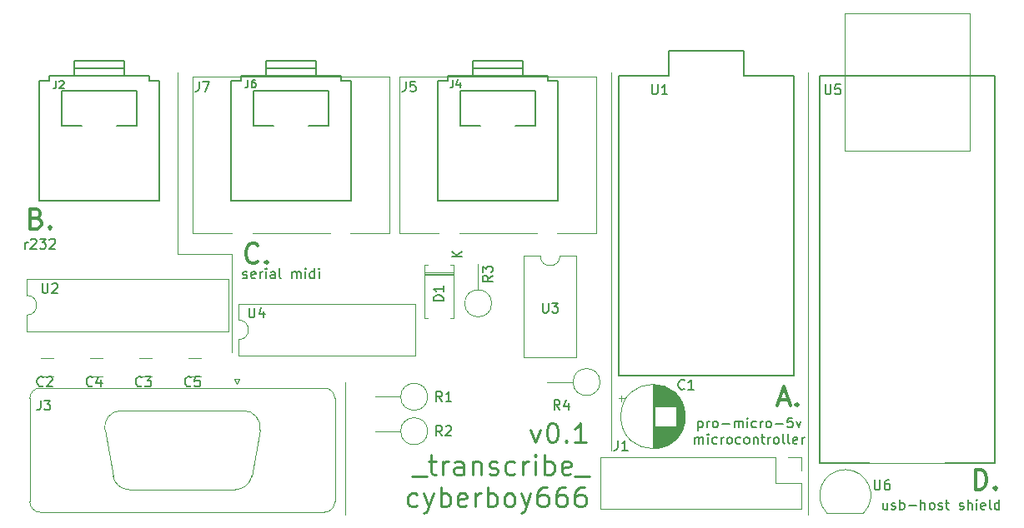
<source format=gto>
G04 #@! TF.GenerationSoftware,KiCad,Pcbnew,(5.1.4-0-10_14)*
G04 #@! TF.CreationDate,2020-01-18T15:16:13+01:00*
G04 #@! TF.ProjectId,transcribe_circuit,7472616e-7363-4726-9962-655f63697263,rev?*
G04 #@! TF.SameCoordinates,Original*
G04 #@! TF.FileFunction,Legend,Top*
G04 #@! TF.FilePolarity,Positive*
%FSLAX46Y46*%
G04 Gerber Fmt 4.6, Leading zero omitted, Abs format (unit mm)*
G04 Created by KiCad (PCBNEW (5.1.4-0-10_14)) date 2020-01-18 15:16:13*
%MOMM*%
%LPD*%
G04 APERTURE LIST*
%ADD10C,0.350000*%
%ADD11C,0.120000*%
%ADD12C,0.250000*%
%ADD13C,0.150000*%
G04 APERTURE END LIST*
D10*
X-193000000Y747595238D02*
X-193000000Y749595238D01*
X-192523809Y749595238D01*
X-192238095Y749500000D01*
X-192047619Y749309523D01*
X-191952380Y749119047D01*
X-191857142Y748738095D01*
X-191857142Y748452380D01*
X-191952380Y748071428D01*
X-192047619Y747880952D01*
X-192238095Y747690476D01*
X-192523809Y747595238D01*
X-193000000Y747595238D01*
X-191000000Y747785714D02*
X-190904761Y747690476D01*
X-191000000Y747595238D01*
X-191095238Y747690476D01*
X-191000000Y747785714D01*
X-191000000Y747595238D01*
D11*
X-268500000Y761500000D02*
X-268500000Y771500000D01*
X-274000000Y771500000D02*
X-274000000Y790000000D01*
X-268500000Y771500000D02*
X-274000000Y771500000D01*
X-257000000Y745000000D02*
X-257000000Y758500000D01*
D12*
X-238162500Y753678571D02*
X-237686309Y752345238D01*
X-237210119Y753678571D01*
X-236067261Y754345238D02*
X-235876785Y754345238D01*
X-235686309Y754250000D01*
X-235591071Y754154761D01*
X-235495833Y753964285D01*
X-235400595Y753583333D01*
X-235400595Y753107142D01*
X-235495833Y752726190D01*
X-235591071Y752535714D01*
X-235686309Y752440476D01*
X-235876785Y752345238D01*
X-236067261Y752345238D01*
X-236257738Y752440476D01*
X-236352976Y752535714D01*
X-236448214Y752726190D01*
X-236543452Y753107142D01*
X-236543452Y753583333D01*
X-236448214Y753964285D01*
X-236352976Y754154761D01*
X-236257738Y754250000D01*
X-236067261Y754345238D01*
X-234543452Y752535714D02*
X-234448214Y752440476D01*
X-234543452Y752345238D01*
X-234638690Y752440476D01*
X-234543452Y752535714D01*
X-234543452Y752345238D01*
X-232543452Y752345238D02*
X-233686309Y752345238D01*
X-233114880Y752345238D02*
X-233114880Y754345238D01*
X-233305357Y754059523D01*
X-233495833Y753869047D01*
X-233686309Y753773809D01*
X-250257738Y748904761D02*
X-248733928Y748904761D01*
X-248543452Y750428571D02*
X-247781547Y750428571D01*
X-248257738Y751095238D02*
X-248257738Y749380952D01*
X-248162500Y749190476D01*
X-247972023Y749095238D01*
X-247781547Y749095238D01*
X-247114880Y749095238D02*
X-247114880Y750428571D01*
X-247114880Y750047619D02*
X-247019642Y750238095D01*
X-246924404Y750333333D01*
X-246733928Y750428571D01*
X-246543452Y750428571D01*
X-245019642Y749095238D02*
X-245019642Y750142857D01*
X-245114880Y750333333D01*
X-245305357Y750428571D01*
X-245686309Y750428571D01*
X-245876785Y750333333D01*
X-245019642Y749190476D02*
X-245210119Y749095238D01*
X-245686309Y749095238D01*
X-245876785Y749190476D01*
X-245972023Y749380952D01*
X-245972023Y749571428D01*
X-245876785Y749761904D01*
X-245686309Y749857142D01*
X-245210119Y749857142D01*
X-245019642Y749952380D01*
X-244067261Y750428571D02*
X-244067261Y749095238D01*
X-244067261Y750238095D02*
X-243972023Y750333333D01*
X-243781547Y750428571D01*
X-243495833Y750428571D01*
X-243305357Y750333333D01*
X-243210119Y750142857D01*
X-243210119Y749095238D01*
X-242352976Y749190476D02*
X-242162500Y749095238D01*
X-241781547Y749095238D01*
X-241591071Y749190476D01*
X-241495833Y749380952D01*
X-241495833Y749476190D01*
X-241591071Y749666666D01*
X-241781547Y749761904D01*
X-242067261Y749761904D01*
X-242257738Y749857142D01*
X-242352976Y750047619D01*
X-242352976Y750142857D01*
X-242257738Y750333333D01*
X-242067261Y750428571D01*
X-241781547Y750428571D01*
X-241591071Y750333333D01*
X-239781547Y749190476D02*
X-239972023Y749095238D01*
X-240352976Y749095238D01*
X-240543452Y749190476D01*
X-240638690Y749285714D01*
X-240733928Y749476190D01*
X-240733928Y750047619D01*
X-240638690Y750238095D01*
X-240543452Y750333333D01*
X-240352976Y750428571D01*
X-239972023Y750428571D01*
X-239781547Y750333333D01*
X-238924404Y749095238D02*
X-238924404Y750428571D01*
X-238924404Y750047619D02*
X-238829166Y750238095D01*
X-238733928Y750333333D01*
X-238543452Y750428571D01*
X-238352976Y750428571D01*
X-237686309Y749095238D02*
X-237686309Y750428571D01*
X-237686309Y751095238D02*
X-237781547Y751000000D01*
X-237686309Y750904761D01*
X-237591071Y751000000D01*
X-237686309Y751095238D01*
X-237686309Y750904761D01*
X-236733928Y749095238D02*
X-236733928Y751095238D01*
X-236733928Y750333333D02*
X-236543452Y750428571D01*
X-236162500Y750428571D01*
X-235972023Y750333333D01*
X-235876785Y750238095D01*
X-235781547Y750047619D01*
X-235781547Y749476190D01*
X-235876785Y749285714D01*
X-235972023Y749190476D01*
X-236162500Y749095238D01*
X-236543452Y749095238D01*
X-236733928Y749190476D01*
X-234162500Y749190476D02*
X-234352976Y749095238D01*
X-234733928Y749095238D01*
X-234924404Y749190476D01*
X-235019642Y749380952D01*
X-235019642Y750142857D01*
X-234924404Y750333333D01*
X-234733928Y750428571D01*
X-234352976Y750428571D01*
X-234162500Y750333333D01*
X-234067261Y750142857D01*
X-234067261Y749952380D01*
X-235019642Y749761904D01*
X-233686309Y748904761D02*
X-232162500Y748904761D01*
X-249686309Y745940476D02*
X-249876785Y745845238D01*
X-250257738Y745845238D01*
X-250448214Y745940476D01*
X-250543452Y746035714D01*
X-250638690Y746226190D01*
X-250638690Y746797619D01*
X-250543452Y746988095D01*
X-250448214Y747083333D01*
X-250257738Y747178571D01*
X-249876785Y747178571D01*
X-249686309Y747083333D01*
X-249019642Y747178571D02*
X-248543452Y745845238D01*
X-248067261Y747178571D02*
X-248543452Y745845238D01*
X-248733928Y745369047D01*
X-248829166Y745273809D01*
X-249019642Y745178571D01*
X-247305357Y745845238D02*
X-247305357Y747845238D01*
X-247305357Y747083333D02*
X-247114880Y747178571D01*
X-246733928Y747178571D01*
X-246543452Y747083333D01*
X-246448214Y746988095D01*
X-246352976Y746797619D01*
X-246352976Y746226190D01*
X-246448214Y746035714D01*
X-246543452Y745940476D01*
X-246733928Y745845238D01*
X-247114880Y745845238D01*
X-247305357Y745940476D01*
X-244733928Y745940476D02*
X-244924404Y745845238D01*
X-245305357Y745845238D01*
X-245495833Y745940476D01*
X-245591071Y746130952D01*
X-245591071Y746892857D01*
X-245495833Y747083333D01*
X-245305357Y747178571D01*
X-244924404Y747178571D01*
X-244733928Y747083333D01*
X-244638690Y746892857D01*
X-244638690Y746702380D01*
X-245591071Y746511904D01*
X-243781547Y745845238D02*
X-243781547Y747178571D01*
X-243781547Y746797619D02*
X-243686309Y746988095D01*
X-243591071Y747083333D01*
X-243400595Y747178571D01*
X-243210119Y747178571D01*
X-242543452Y745845238D02*
X-242543452Y747845238D01*
X-242543452Y747083333D02*
X-242352976Y747178571D01*
X-241972023Y747178571D01*
X-241781547Y747083333D01*
X-241686309Y746988095D01*
X-241591071Y746797619D01*
X-241591071Y746226190D01*
X-241686309Y746035714D01*
X-241781547Y745940476D01*
X-241972023Y745845238D01*
X-242352976Y745845238D01*
X-242543452Y745940476D01*
X-240448214Y745845238D02*
X-240638690Y745940476D01*
X-240733928Y746035714D01*
X-240829166Y746226190D01*
X-240829166Y746797619D01*
X-240733928Y746988095D01*
X-240638690Y747083333D01*
X-240448214Y747178571D01*
X-240162500Y747178571D01*
X-239972023Y747083333D01*
X-239876785Y746988095D01*
X-239781547Y746797619D01*
X-239781547Y746226190D01*
X-239876785Y746035714D01*
X-239972023Y745940476D01*
X-240162500Y745845238D01*
X-240448214Y745845238D01*
X-239114880Y747178571D02*
X-238638690Y745845238D01*
X-238162500Y747178571D02*
X-238638690Y745845238D01*
X-238829166Y745369047D01*
X-238924404Y745273809D01*
X-239114880Y745178571D01*
X-236543452Y747845238D02*
X-236924404Y747845238D01*
X-237114880Y747750000D01*
X-237210119Y747654761D01*
X-237400595Y747369047D01*
X-237495833Y746988095D01*
X-237495833Y746226190D01*
X-237400595Y746035714D01*
X-237305357Y745940476D01*
X-237114880Y745845238D01*
X-236733928Y745845238D01*
X-236543452Y745940476D01*
X-236448214Y746035714D01*
X-236352976Y746226190D01*
X-236352976Y746702380D01*
X-236448214Y746892857D01*
X-236543452Y746988095D01*
X-236733928Y747083333D01*
X-237114880Y747083333D01*
X-237305357Y746988095D01*
X-237400595Y746892857D01*
X-237495833Y746702380D01*
X-234638690Y747845238D02*
X-235019642Y747845238D01*
X-235210119Y747750000D01*
X-235305357Y747654761D01*
X-235495833Y747369047D01*
X-235591071Y746988095D01*
X-235591071Y746226190D01*
X-235495833Y746035714D01*
X-235400595Y745940476D01*
X-235210119Y745845238D01*
X-234829166Y745845238D01*
X-234638690Y745940476D01*
X-234543452Y746035714D01*
X-234448214Y746226190D01*
X-234448214Y746702380D01*
X-234543452Y746892857D01*
X-234638690Y746988095D01*
X-234829166Y747083333D01*
X-235210119Y747083333D01*
X-235400595Y746988095D01*
X-235495833Y746892857D01*
X-235591071Y746702380D01*
X-232733928Y747845238D02*
X-233114880Y747845238D01*
X-233305357Y747750000D01*
X-233400595Y747654761D01*
X-233591071Y747369047D01*
X-233686309Y746988095D01*
X-233686309Y746226190D01*
X-233591071Y746035714D01*
X-233495833Y745940476D01*
X-233305357Y745845238D01*
X-232924404Y745845238D01*
X-232733928Y745940476D01*
X-232638690Y746035714D01*
X-232543452Y746226190D01*
X-232543452Y746702380D01*
X-232638690Y746892857D01*
X-232733928Y746988095D01*
X-232924404Y747083333D01*
X-233305357Y747083333D01*
X-233495833Y746988095D01*
X-233591071Y746892857D01*
X-233686309Y746702380D01*
D13*
X-289500000Y772047619D02*
X-289500000Y772714285D01*
X-289500000Y772523809D02*
X-289452380Y772619047D01*
X-289404761Y772666666D01*
X-289309523Y772714285D01*
X-289214285Y772714285D01*
X-288928571Y772952380D02*
X-288880952Y773000000D01*
X-288785714Y773047619D01*
X-288547619Y773047619D01*
X-288452380Y773000000D01*
X-288404761Y772952380D01*
X-288357142Y772857142D01*
X-288357142Y772761904D01*
X-288404761Y772619047D01*
X-288976190Y772047619D01*
X-288357142Y772047619D01*
X-288023809Y773047619D02*
X-287404761Y773047619D01*
X-287738095Y772666666D01*
X-287595238Y772666666D01*
X-287500000Y772619047D01*
X-287452380Y772571428D01*
X-287404761Y772476190D01*
X-287404761Y772238095D01*
X-287452380Y772142857D01*
X-287500000Y772095238D01*
X-287595238Y772047619D01*
X-287880952Y772047619D01*
X-287976190Y772095238D01*
X-288023809Y772142857D01*
X-287023809Y772952380D02*
X-286976190Y773000000D01*
X-286880952Y773047619D01*
X-286642857Y773047619D01*
X-286547619Y773000000D01*
X-286500000Y772952380D01*
X-286452380Y772857142D01*
X-286452380Y772761904D01*
X-286500000Y772619047D01*
X-287071428Y772047619D01*
X-286452380Y772047619D01*
X-267380952Y769095238D02*
X-267285714Y769047619D01*
X-267095238Y769047619D01*
X-267000000Y769095238D01*
X-266952380Y769190476D01*
X-266952380Y769238095D01*
X-267000000Y769333333D01*
X-267095238Y769380952D01*
X-267238095Y769380952D01*
X-267333333Y769428571D01*
X-267380952Y769523809D01*
X-267380952Y769571428D01*
X-267333333Y769666666D01*
X-267238095Y769714285D01*
X-267095238Y769714285D01*
X-267000000Y769666666D01*
X-266142857Y769095238D02*
X-266238095Y769047619D01*
X-266428571Y769047619D01*
X-266523809Y769095238D01*
X-266571428Y769190476D01*
X-266571428Y769571428D01*
X-266523809Y769666666D01*
X-266428571Y769714285D01*
X-266238095Y769714285D01*
X-266142857Y769666666D01*
X-266095238Y769571428D01*
X-266095238Y769476190D01*
X-266571428Y769380952D01*
X-265666666Y769047619D02*
X-265666666Y769714285D01*
X-265666666Y769523809D02*
X-265619047Y769619047D01*
X-265571428Y769666666D01*
X-265476190Y769714285D01*
X-265380952Y769714285D01*
X-265047619Y769047619D02*
X-265047619Y769714285D01*
X-265047619Y770047619D02*
X-265095238Y770000000D01*
X-265047619Y769952380D01*
X-265000000Y770000000D01*
X-265047619Y770047619D01*
X-265047619Y769952380D01*
X-264142857Y769047619D02*
X-264142857Y769571428D01*
X-264190476Y769666666D01*
X-264285714Y769714285D01*
X-264476190Y769714285D01*
X-264571428Y769666666D01*
X-264142857Y769095238D02*
X-264238095Y769047619D01*
X-264476190Y769047619D01*
X-264571428Y769095238D01*
X-264619047Y769190476D01*
X-264619047Y769285714D01*
X-264571428Y769380952D01*
X-264476190Y769428571D01*
X-264238095Y769428571D01*
X-264142857Y769476190D01*
X-263523809Y769047619D02*
X-263619047Y769095238D01*
X-263666666Y769190476D01*
X-263666666Y770047619D01*
X-262380952Y769047619D02*
X-262380952Y769714285D01*
X-262380952Y769619047D02*
X-262333333Y769666666D01*
X-262238095Y769714285D01*
X-262095238Y769714285D01*
X-262000000Y769666666D01*
X-261952380Y769571428D01*
X-261952380Y769047619D01*
X-261952380Y769571428D02*
X-261904761Y769666666D01*
X-261809523Y769714285D01*
X-261666666Y769714285D01*
X-261571428Y769666666D01*
X-261523809Y769571428D01*
X-261523809Y769047619D01*
X-261047619Y769047619D02*
X-261047619Y769714285D01*
X-261047619Y770047619D02*
X-261095238Y770000000D01*
X-261047619Y769952380D01*
X-261000000Y770000000D01*
X-261047619Y770047619D01*
X-261047619Y769952380D01*
X-260142857Y769047619D02*
X-260142857Y770047619D01*
X-260142857Y769095238D02*
X-260238095Y769047619D01*
X-260428571Y769047619D01*
X-260523809Y769095238D01*
X-260571428Y769142857D01*
X-260619047Y769238095D01*
X-260619047Y769523809D01*
X-260571428Y769619047D01*
X-260523809Y769666666D01*
X-260428571Y769714285D01*
X-260238095Y769714285D01*
X-260142857Y769666666D01*
X-259666666Y769047619D02*
X-259666666Y769714285D01*
X-259666666Y770047619D02*
X-259714285Y770000000D01*
X-259666666Y769952380D01*
X-259619047Y770000000D01*
X-259666666Y770047619D01*
X-259666666Y769952380D01*
X-221166666Y754539285D02*
X-221166666Y753539285D01*
X-221166666Y754491666D02*
X-221071428Y754539285D01*
X-220880952Y754539285D01*
X-220785714Y754491666D01*
X-220738095Y754444047D01*
X-220690476Y754348809D01*
X-220690476Y754063095D01*
X-220738095Y753967857D01*
X-220785714Y753920238D01*
X-220880952Y753872619D01*
X-221071428Y753872619D01*
X-221166666Y753920238D01*
X-220261904Y753872619D02*
X-220261904Y754539285D01*
X-220261904Y754348809D02*
X-220214285Y754444047D01*
X-220166666Y754491666D01*
X-220071428Y754539285D01*
X-219976190Y754539285D01*
X-219500000Y753872619D02*
X-219595238Y753920238D01*
X-219642857Y753967857D01*
X-219690476Y754063095D01*
X-219690476Y754348809D01*
X-219642857Y754444047D01*
X-219595238Y754491666D01*
X-219500000Y754539285D01*
X-219357142Y754539285D01*
X-219261904Y754491666D01*
X-219214285Y754444047D01*
X-219166666Y754348809D01*
X-219166666Y754063095D01*
X-219214285Y753967857D01*
X-219261904Y753920238D01*
X-219357142Y753872619D01*
X-219500000Y753872619D01*
X-218738095Y754253571D02*
X-217976190Y754253571D01*
X-217500000Y753872619D02*
X-217500000Y754539285D01*
X-217500000Y754444047D02*
X-217452380Y754491666D01*
X-217357142Y754539285D01*
X-217214285Y754539285D01*
X-217119047Y754491666D01*
X-217071428Y754396428D01*
X-217071428Y753872619D01*
X-217071428Y754396428D02*
X-217023809Y754491666D01*
X-216928571Y754539285D01*
X-216785714Y754539285D01*
X-216690476Y754491666D01*
X-216642857Y754396428D01*
X-216642857Y753872619D01*
X-216166666Y753872619D02*
X-216166666Y754539285D01*
X-216166666Y754872619D02*
X-216214285Y754825000D01*
X-216166666Y754777380D01*
X-216119047Y754825000D01*
X-216166666Y754872619D01*
X-216166666Y754777380D01*
X-215261904Y753920238D02*
X-215357142Y753872619D01*
X-215547619Y753872619D01*
X-215642857Y753920238D01*
X-215690476Y753967857D01*
X-215738095Y754063095D01*
X-215738095Y754348809D01*
X-215690476Y754444047D01*
X-215642857Y754491666D01*
X-215547619Y754539285D01*
X-215357142Y754539285D01*
X-215261904Y754491666D01*
X-214833333Y753872619D02*
X-214833333Y754539285D01*
X-214833333Y754348809D02*
X-214785714Y754444047D01*
X-214738095Y754491666D01*
X-214642857Y754539285D01*
X-214547619Y754539285D01*
X-214071428Y753872619D02*
X-214166666Y753920238D01*
X-214214285Y753967857D01*
X-214261904Y754063095D01*
X-214261904Y754348809D01*
X-214214285Y754444047D01*
X-214166666Y754491666D01*
X-214071428Y754539285D01*
X-213928571Y754539285D01*
X-213833333Y754491666D01*
X-213785714Y754444047D01*
X-213738095Y754348809D01*
X-213738095Y754063095D01*
X-213785714Y753967857D01*
X-213833333Y753920238D01*
X-213928571Y753872619D01*
X-214071428Y753872619D01*
X-213309523Y754253571D02*
X-212547619Y754253571D01*
X-211595238Y754872619D02*
X-212071428Y754872619D01*
X-212119047Y754396428D01*
X-212071428Y754444047D01*
X-211976190Y754491666D01*
X-211738095Y754491666D01*
X-211642857Y754444047D01*
X-211595238Y754396428D01*
X-211547619Y754301190D01*
X-211547619Y754063095D01*
X-211595238Y753967857D01*
X-211642857Y753920238D01*
X-211738095Y753872619D01*
X-211976190Y753872619D01*
X-212071428Y753920238D01*
X-212119047Y753967857D01*
X-211214285Y754539285D02*
X-210976190Y753872619D01*
X-210738095Y754539285D01*
X-221500000Y752222619D02*
X-221500000Y752889285D01*
X-221500000Y752794047D02*
X-221452380Y752841666D01*
X-221357142Y752889285D01*
X-221214285Y752889285D01*
X-221119047Y752841666D01*
X-221071428Y752746428D01*
X-221071428Y752222619D01*
X-221071428Y752746428D02*
X-221023809Y752841666D01*
X-220928571Y752889285D01*
X-220785714Y752889285D01*
X-220690476Y752841666D01*
X-220642857Y752746428D01*
X-220642857Y752222619D01*
X-220166666Y752222619D02*
X-220166666Y752889285D01*
X-220166666Y753222619D02*
X-220214285Y753175000D01*
X-220166666Y753127380D01*
X-220119047Y753175000D01*
X-220166666Y753222619D01*
X-220166666Y753127380D01*
X-219261904Y752270238D02*
X-219357142Y752222619D01*
X-219547619Y752222619D01*
X-219642857Y752270238D01*
X-219690476Y752317857D01*
X-219738095Y752413095D01*
X-219738095Y752698809D01*
X-219690476Y752794047D01*
X-219642857Y752841666D01*
X-219547619Y752889285D01*
X-219357142Y752889285D01*
X-219261904Y752841666D01*
X-218833333Y752222619D02*
X-218833333Y752889285D01*
X-218833333Y752698809D02*
X-218785714Y752794047D01*
X-218738095Y752841666D01*
X-218642857Y752889285D01*
X-218547619Y752889285D01*
X-218071428Y752222619D02*
X-218166666Y752270238D01*
X-218214285Y752317857D01*
X-218261904Y752413095D01*
X-218261904Y752698809D01*
X-218214285Y752794047D01*
X-218166666Y752841666D01*
X-218071428Y752889285D01*
X-217928571Y752889285D01*
X-217833333Y752841666D01*
X-217785714Y752794047D01*
X-217738095Y752698809D01*
X-217738095Y752413095D01*
X-217785714Y752317857D01*
X-217833333Y752270238D01*
X-217928571Y752222619D01*
X-218071428Y752222619D01*
X-216880952Y752270238D02*
X-216976190Y752222619D01*
X-217166666Y752222619D01*
X-217261904Y752270238D01*
X-217309523Y752317857D01*
X-217357142Y752413095D01*
X-217357142Y752698809D01*
X-217309523Y752794047D01*
X-217261904Y752841666D01*
X-217166666Y752889285D01*
X-216976190Y752889285D01*
X-216880952Y752841666D01*
X-216309523Y752222619D02*
X-216404761Y752270238D01*
X-216452380Y752317857D01*
X-216500000Y752413095D01*
X-216500000Y752698809D01*
X-216452380Y752794047D01*
X-216404761Y752841666D01*
X-216309523Y752889285D01*
X-216166666Y752889285D01*
X-216071428Y752841666D01*
X-216023809Y752794047D01*
X-215976190Y752698809D01*
X-215976190Y752413095D01*
X-216023809Y752317857D01*
X-216071428Y752270238D01*
X-216166666Y752222619D01*
X-216309523Y752222619D01*
X-215547619Y752889285D02*
X-215547619Y752222619D01*
X-215547619Y752794047D02*
X-215500000Y752841666D01*
X-215404761Y752889285D01*
X-215261904Y752889285D01*
X-215166666Y752841666D01*
X-215119047Y752746428D01*
X-215119047Y752222619D01*
X-214785714Y752889285D02*
X-214404761Y752889285D01*
X-214642857Y753222619D02*
X-214642857Y752365476D01*
X-214595238Y752270238D01*
X-214500000Y752222619D01*
X-214404761Y752222619D01*
X-214071428Y752222619D02*
X-214071428Y752889285D01*
X-214071428Y752698809D02*
X-214023809Y752794047D01*
X-213976190Y752841666D01*
X-213880952Y752889285D01*
X-213785714Y752889285D01*
X-213309523Y752222619D02*
X-213404761Y752270238D01*
X-213452380Y752317857D01*
X-213500000Y752413095D01*
X-213500000Y752698809D01*
X-213452380Y752794047D01*
X-213404761Y752841666D01*
X-213309523Y752889285D01*
X-213166666Y752889285D01*
X-213071428Y752841666D01*
X-213023809Y752794047D01*
X-212976190Y752698809D01*
X-212976190Y752413095D01*
X-213023809Y752317857D01*
X-213071428Y752270238D01*
X-213166666Y752222619D01*
X-213309523Y752222619D01*
X-212404761Y752222619D02*
X-212500000Y752270238D01*
X-212547619Y752365476D01*
X-212547619Y753222619D01*
X-211880952Y752222619D02*
X-211976190Y752270238D01*
X-212023809Y752365476D01*
X-212023809Y753222619D01*
X-211119047Y752270238D02*
X-211214285Y752222619D01*
X-211404761Y752222619D01*
X-211499999Y752270238D01*
X-211547619Y752365476D01*
X-211547619Y752746428D01*
X-211499999Y752841666D01*
X-211404761Y752889285D01*
X-211214285Y752889285D01*
X-211119047Y752841666D01*
X-211071428Y752746428D01*
X-211071428Y752651190D01*
X-211547619Y752555952D01*
X-210642857Y752222619D02*
X-210642857Y752889285D01*
X-210642857Y752698809D02*
X-210595238Y752794047D01*
X-210547619Y752841666D01*
X-210452380Y752889285D01*
X-210357142Y752889285D01*
X-201976190Y746214285D02*
X-201976190Y745547619D01*
X-202404761Y746214285D02*
X-202404761Y745690476D01*
X-202357142Y745595238D01*
X-202261904Y745547619D01*
X-202119047Y745547619D01*
X-202023809Y745595238D01*
X-201976190Y745642857D01*
X-201547619Y745595238D02*
X-201452380Y745547619D01*
X-201261904Y745547619D01*
X-201166666Y745595238D01*
X-201119047Y745690476D01*
X-201119047Y745738095D01*
X-201166666Y745833333D01*
X-201261904Y745880952D01*
X-201404761Y745880952D01*
X-201500000Y745928571D01*
X-201547619Y746023809D01*
X-201547619Y746071428D01*
X-201500000Y746166666D01*
X-201404761Y746214285D01*
X-201261904Y746214285D01*
X-201166666Y746166666D01*
X-200690476Y745547619D02*
X-200690476Y746547619D01*
X-200690476Y746166666D02*
X-200595238Y746214285D01*
X-200404761Y746214285D01*
X-200309523Y746166666D01*
X-200261904Y746119047D01*
X-200214285Y746023809D01*
X-200214285Y745738095D01*
X-200261904Y745642857D01*
X-200309523Y745595238D01*
X-200404761Y745547619D01*
X-200595238Y745547619D01*
X-200690476Y745595238D01*
X-199785714Y745928571D02*
X-199023809Y745928571D01*
X-198547619Y745547619D02*
X-198547619Y746547619D01*
X-198119047Y745547619D02*
X-198119047Y746071428D01*
X-198166666Y746166666D01*
X-198261904Y746214285D01*
X-198404761Y746214285D01*
X-198500000Y746166666D01*
X-198547619Y746119047D01*
X-197500000Y745547619D02*
X-197595238Y745595238D01*
X-197642857Y745642857D01*
X-197690476Y745738095D01*
X-197690476Y746023809D01*
X-197642857Y746119047D01*
X-197595238Y746166666D01*
X-197500000Y746214285D01*
X-197357142Y746214285D01*
X-197261904Y746166666D01*
X-197214285Y746119047D01*
X-197166666Y746023809D01*
X-197166666Y745738095D01*
X-197214285Y745642857D01*
X-197261904Y745595238D01*
X-197357142Y745547619D01*
X-197500000Y745547619D01*
X-196785714Y745595238D02*
X-196690476Y745547619D01*
X-196500000Y745547619D01*
X-196404761Y745595238D01*
X-196357142Y745690476D01*
X-196357142Y745738095D01*
X-196404761Y745833333D01*
X-196500000Y745880952D01*
X-196642857Y745880952D01*
X-196738095Y745928571D01*
X-196785714Y746023809D01*
X-196785714Y746071428D01*
X-196738095Y746166666D01*
X-196642857Y746214285D01*
X-196500000Y746214285D01*
X-196404761Y746166666D01*
X-196071428Y746214285D02*
X-195690476Y746214285D01*
X-195928571Y746547619D02*
X-195928571Y745690476D01*
X-195880952Y745595238D01*
X-195785714Y745547619D01*
X-195690476Y745547619D01*
X-194642857Y745595238D02*
X-194547619Y745547619D01*
X-194357142Y745547619D01*
X-194261904Y745595238D01*
X-194214285Y745690476D01*
X-194214285Y745738095D01*
X-194261904Y745833333D01*
X-194357142Y745880952D01*
X-194500000Y745880952D01*
X-194595238Y745928571D01*
X-194642857Y746023809D01*
X-194642857Y746071428D01*
X-194595238Y746166666D01*
X-194500000Y746214285D01*
X-194357142Y746214285D01*
X-194261904Y746166666D01*
X-193785714Y745547619D02*
X-193785714Y746547619D01*
X-193357142Y745547619D02*
X-193357142Y746071428D01*
X-193404761Y746166666D01*
X-193500000Y746214285D01*
X-193642857Y746214285D01*
X-193738095Y746166666D01*
X-193785714Y746119047D01*
X-192880952Y745547619D02*
X-192880952Y746214285D01*
X-192880952Y746547619D02*
X-192928571Y746500000D01*
X-192880952Y746452380D01*
X-192833333Y746500000D01*
X-192880952Y746547619D01*
X-192880952Y746452380D01*
X-192023809Y745595238D02*
X-192119047Y745547619D01*
X-192309523Y745547619D01*
X-192404761Y745595238D01*
X-192452380Y745690476D01*
X-192452380Y746071428D01*
X-192404761Y746166666D01*
X-192309523Y746214285D01*
X-192119047Y746214285D01*
X-192023809Y746166666D01*
X-191976190Y746071428D01*
X-191976190Y745976190D01*
X-192452380Y745880952D01*
X-191404761Y745547619D02*
X-191500000Y745595238D01*
X-191547619Y745690476D01*
X-191547619Y746547619D01*
X-190595238Y745547619D02*
X-190595238Y746547619D01*
X-190595238Y745595238D02*
X-190690476Y745547619D01*
X-190880952Y745547619D01*
X-190976190Y745595238D01*
X-191023809Y745642857D01*
X-191071428Y745738095D01*
X-191071428Y746023809D01*
X-191023809Y746119047D01*
X-190976190Y746166666D01*
X-190880952Y746214285D01*
X-190690476Y746214285D01*
X-190595238Y746166666D01*
D10*
X-265857142Y770785714D02*
X-265952380Y770690476D01*
X-266238095Y770595238D01*
X-266428571Y770595238D01*
X-266714285Y770690476D01*
X-266904761Y770880952D01*
X-267000000Y771071428D01*
X-267095238Y771452380D01*
X-267095238Y771738095D01*
X-267000000Y772119047D01*
X-266904761Y772309523D01*
X-266714285Y772500000D01*
X-266428571Y772595238D01*
X-266238095Y772595238D01*
X-265952380Y772500000D01*
X-265857142Y772404761D01*
X-265000000Y770785714D02*
X-264904761Y770690476D01*
X-265000000Y770595238D01*
X-265095238Y770690476D01*
X-265000000Y770785714D01*
X-265000000Y770595238D01*
X-288333333Y775142857D02*
X-288047619Y775047619D01*
X-287952380Y774952380D01*
X-287857142Y774761904D01*
X-287857142Y774476190D01*
X-287952380Y774285714D01*
X-288047619Y774190476D01*
X-288238095Y774095238D01*
X-289000000Y774095238D01*
X-289000000Y776095238D01*
X-288333333Y776095238D01*
X-288142857Y776000000D01*
X-288047619Y775904761D01*
X-287952380Y775714285D01*
X-287952380Y775523809D01*
X-288047619Y775333333D01*
X-288142857Y775238095D01*
X-288333333Y775142857D01*
X-289000000Y775142857D01*
X-287000000Y774285714D02*
X-286904761Y774190476D01*
X-287000000Y774095238D01*
X-287095238Y774190476D01*
X-287000000Y774285714D01*
X-287000000Y774095238D01*
X-212952380Y756666666D02*
X-212000000Y756666666D01*
X-213142857Y756095238D02*
X-212476190Y758095238D01*
X-211809523Y756095238D01*
X-211142857Y756285714D02*
X-211047619Y756190476D01*
X-211142857Y756095238D01*
X-211238095Y756190476D01*
X-211142857Y756285714D01*
X-211142857Y756095238D01*
D11*
X-230000000Y790000000D02*
X-230000000Y751500000D01*
X-210000000Y745000000D02*
X-210000000Y754000000D01*
X-210000000Y790000000D02*
X-210000000Y745000000D01*
D13*
X-208790000Y789630000D02*
X-191010000Y789630000D01*
X-208790000Y750260000D02*
X-208790000Y789630000D01*
X-203710000Y750260000D02*
X-208790000Y750260000D01*
X-191010000Y750260000D02*
X-196090000Y750260000D01*
X-191010000Y750260000D02*
X-191010000Y789630000D01*
D11*
X-203710000Y750260000D02*
X-196090000Y750260000D01*
X-206250000Y782010000D02*
X-193550000Y782010000D01*
X-193550000Y782010000D02*
X-193550000Y795980000D01*
X-193550000Y795980000D02*
X-206250000Y795980000D01*
X-206250000Y795980000D02*
X-206250000Y782010000D01*
X-251370000Y753500000D02*
X-253980000Y753500000D01*
X-248630000Y753500000D02*
G75*
G03X-248630000Y753500000I-1370000J0D01*
G01*
X-246360000Y770410000D02*
X-246030000Y770410000D01*
X-246030000Y770410000D02*
X-246030000Y764970000D01*
X-246030000Y764970000D02*
X-246360000Y764970000D01*
X-248640000Y770410000D02*
X-248970000Y770410000D01*
X-248970000Y770410000D02*
X-248970000Y764970000D01*
X-248970000Y764970000D02*
X-248640000Y764970000D01*
X-246030000Y769510000D02*
X-248970000Y769510000D01*
X-246030000Y769390000D02*
X-248970000Y769390000D01*
X-246030000Y769630000D02*
X-248970000Y769630000D01*
X-287965000Y757890000D02*
G75*
G03X-289025000Y756830000I0J-1060000D01*
G01*
X-258055000Y756830000D02*
G75*
G03X-259115000Y757890000I-1060000J0D01*
G01*
X-287965000Y745270000D02*
G75*
G02X-289025000Y746330000I0J1060000D01*
G01*
X-259115000Y745270000D02*
G75*
G03X-258055000Y746330000I0J1060000D01*
G01*
X-281406470Y753641744D02*
G75*
G02X-279771689Y755590000I1634781J288256D01*
G01*
X-265673530Y753641744D02*
G75*
G03X-267308311Y755590000I-1634781J288256D01*
G01*
X-280577733Y748941744D02*
G75*
G03X-278942952Y747570000I1634781J288256D01*
G01*
X-266502267Y748941744D02*
G75*
G02X-268137048Y747570000I-1634781J288256D01*
G01*
X-287965000Y757890000D02*
X-259115000Y757890000D01*
X-258055000Y756830000D02*
X-258055000Y746330000D01*
X-259115000Y745270000D02*
X-287965000Y745270000D01*
X-289025000Y746330000D02*
X-289025000Y756830000D01*
X-268250000Y758784338D02*
X-267750000Y758784338D01*
X-267750000Y758784338D02*
X-268000000Y758351325D01*
X-268000000Y758351325D02*
X-268250000Y758784338D01*
X-279771689Y755590000D02*
X-267308311Y755590000D01*
X-278942952Y747570000D02*
X-268137048Y747570000D01*
X-265673530Y753641744D02*
X-266502267Y748941744D01*
X-281406470Y753641744D02*
X-280577733Y748941744D01*
X-289330000Y767310000D02*
G75*
G02X-289330000Y765310000I0J-1000000D01*
G01*
X-289330000Y765310000D02*
X-289330000Y763660000D01*
X-289330000Y763660000D02*
X-268890000Y763660000D01*
X-268890000Y763660000D02*
X-268890000Y768960000D01*
X-268890000Y768960000D02*
X-289330000Y768960000D01*
X-289330000Y768960000D02*
X-289330000Y767310000D01*
X-208030000Y745150000D02*
X-204430000Y745150000D01*
X-208068478Y745161522D02*
G75*
G02X-206230000Y749600000I1838478J1838478D01*
G01*
X-204391522Y745161522D02*
G75*
G03X-206230000Y749600000I-1838478J1838478D01*
G01*
X-235190000Y771330000D02*
G75*
G02X-237190000Y771330000I-1000000J0D01*
G01*
X-237190000Y771330000D02*
X-238840000Y771330000D01*
X-238840000Y771330000D02*
X-238840000Y761050000D01*
X-238840000Y761050000D02*
X-233540000Y761050000D01*
X-233540000Y761050000D02*
X-233540000Y771330000D01*
X-233540000Y771330000D02*
X-235190000Y771330000D01*
X-247540000Y773610000D02*
X-251500000Y773610000D01*
X-237560000Y773610000D02*
X-245430000Y773610000D01*
X-251500000Y773610000D02*
X-251500000Y789540000D01*
X-231500000Y789540000D02*
X-251500000Y789540000D01*
X-231500000Y773610000D02*
X-231500000Y789540000D01*
X-231500000Y773610000D02*
X-235460000Y773610000D01*
X-252500000Y773610000D02*
X-256460000Y773610000D01*
X-252500000Y773610000D02*
X-252500000Y789540000D01*
X-252500000Y789540000D02*
X-272500000Y789540000D01*
X-272500000Y773610000D02*
X-272500000Y789540000D01*
X-258560000Y773610000D02*
X-266430000Y773610000D01*
X-268540000Y773610000D02*
X-272500000Y773610000D01*
X-287879000Y760920000D02*
X-286621000Y760920000D01*
X-287879000Y759080000D02*
X-286621000Y759080000D01*
X-282879000Y759080000D02*
X-281621000Y759080000D01*
X-282879000Y760920000D02*
X-281621000Y760920000D01*
X-276621000Y759080000D02*
X-277879000Y759080000D01*
X-276621000Y760920000D02*
X-277879000Y760920000D01*
X-271621000Y760920000D02*
X-272879000Y760920000D01*
X-271621000Y759080000D02*
X-272879000Y759080000D01*
X-242130000Y766500000D02*
G75*
G03X-242130000Y766500000I-1370000J0D01*
G01*
X-243500000Y767870000D02*
X-243500000Y770480000D01*
X-233870000Y758500000D02*
X-236480000Y758500000D01*
X-231130000Y758500000D02*
G75*
G03X-231130000Y758500000I-1370000J0D01*
G01*
X-248630000Y757000000D02*
G75*
G03X-248630000Y757000000I-1370000J0D01*
G01*
X-251370000Y757000000D02*
X-253980000Y757000000D01*
D13*
X-275904000Y776904000D02*
X-288096000Y776904000D01*
X-275904000Y789096000D02*
X-275904000Y776904000D01*
X-288096000Y776904000D02*
X-288096000Y789096000D01*
X-284540000Y791128000D02*
X-279460000Y791128000D01*
X-276920000Y789604000D02*
X-276920000Y789096000D01*
X-287080000Y789604000D02*
X-276920000Y789604000D01*
X-287080000Y789350000D02*
X-287080000Y789604000D01*
X-287080000Y789096000D02*
X-287080000Y789350000D01*
X-284540000Y790366000D02*
X-279460000Y790366000D01*
X-279460000Y789604000D02*
X-279460000Y791128000D01*
X-284540000Y791128000D02*
X-284540000Y789604000D01*
X-275904000Y789096000D02*
X-276920000Y789096000D01*
X-287080000Y789096000D02*
X-288096000Y789096000D01*
X-278190000Y784524000D02*
X-280222000Y784524000D01*
X-278190000Y788080000D02*
X-278190000Y784524000D01*
X-285810000Y788080000D02*
X-278190000Y788080000D01*
X-285810000Y784524000D02*
X-285810000Y788080000D01*
X-283778000Y784524000D02*
X-285810000Y784524000D01*
X-235404000Y776904000D02*
X-247596000Y776904000D01*
X-235404000Y789096000D02*
X-235404000Y776904000D01*
X-247596000Y776904000D02*
X-247596000Y789096000D01*
X-244040000Y791128000D02*
X-238960000Y791128000D01*
X-236420000Y789604000D02*
X-236420000Y789096000D01*
X-246580000Y789604000D02*
X-236420000Y789604000D01*
X-246580000Y789350000D02*
X-246580000Y789604000D01*
X-246580000Y789096000D02*
X-246580000Y789350000D01*
X-244040000Y790366000D02*
X-238960000Y790366000D01*
X-238960000Y789604000D02*
X-238960000Y791128000D01*
X-244040000Y791128000D02*
X-244040000Y789604000D01*
X-235404000Y789096000D02*
X-236420000Y789096000D01*
X-246580000Y789096000D02*
X-247596000Y789096000D01*
X-237690000Y784524000D02*
X-239722000Y784524000D01*
X-237690000Y788080000D02*
X-237690000Y784524000D01*
X-245310000Y788080000D02*
X-237690000Y788080000D01*
X-245310000Y784524000D02*
X-245310000Y788080000D01*
X-243278000Y784524000D02*
X-245310000Y784524000D01*
X-264278000Y784524000D02*
X-266310000Y784524000D01*
X-266310000Y784524000D02*
X-266310000Y788080000D01*
X-266310000Y788080000D02*
X-258690000Y788080000D01*
X-258690000Y788080000D02*
X-258690000Y784524000D01*
X-258690000Y784524000D02*
X-260722000Y784524000D01*
X-267580000Y789096000D02*
X-268596000Y789096000D01*
X-256404000Y789096000D02*
X-257420000Y789096000D01*
X-265040000Y791128000D02*
X-265040000Y789604000D01*
X-259960000Y789604000D02*
X-259960000Y791128000D01*
X-265040000Y790366000D02*
X-259960000Y790366000D01*
X-267580000Y789096000D02*
X-267580000Y789350000D01*
X-267580000Y789350000D02*
X-267580000Y789604000D01*
X-267580000Y789604000D02*
X-257420000Y789604000D01*
X-257420000Y789604000D02*
X-257420000Y789096000D01*
X-265040000Y791128000D02*
X-259960000Y791128000D01*
X-268596000Y776904000D02*
X-268596000Y789096000D01*
X-256404000Y789096000D02*
X-256404000Y776904000D01*
X-256404000Y776904000D02*
X-268596000Y776904000D01*
D11*
X-267830000Y764810000D02*
G75*
G02X-267830000Y762810000I0J-1000000D01*
G01*
X-267830000Y762810000D02*
X-267830000Y761160000D01*
X-267830000Y761160000D02*
X-249930000Y761160000D01*
X-249930000Y761160000D02*
X-249930000Y766460000D01*
X-249930000Y766460000D02*
X-267830000Y766460000D01*
X-267830000Y766460000D02*
X-267830000Y764810000D01*
X-222480000Y755000000D02*
G75*
G03X-222480000Y755000000I-3270000J0D01*
G01*
X-225750000Y758230000D02*
X-225750000Y751770000D01*
X-225710000Y758230000D02*
X-225710000Y751770000D01*
X-225670000Y758230000D02*
X-225670000Y751770000D01*
X-225630000Y758228000D02*
X-225630000Y751772000D01*
X-225590000Y758227000D02*
X-225590000Y751773000D01*
X-225550000Y758224000D02*
X-225550000Y751776000D01*
X-225510000Y758222000D02*
X-225510000Y756040000D01*
X-225510000Y753960000D02*
X-225510000Y751778000D01*
X-225470000Y758218000D02*
X-225470000Y756040000D01*
X-225470000Y753960000D02*
X-225470000Y751782000D01*
X-225430000Y758215000D02*
X-225430000Y756040000D01*
X-225430000Y753960000D02*
X-225430000Y751785000D01*
X-225390000Y758211000D02*
X-225390000Y756040000D01*
X-225390000Y753960000D02*
X-225390000Y751789000D01*
X-225350000Y758206000D02*
X-225350000Y756040000D01*
X-225350000Y753960000D02*
X-225350000Y751794000D01*
X-225310000Y758201000D02*
X-225310000Y756040000D01*
X-225310000Y753960000D02*
X-225310000Y751799000D01*
X-225270000Y758195000D02*
X-225270000Y756040000D01*
X-225270000Y753960000D02*
X-225270000Y751805000D01*
X-225230000Y758189000D02*
X-225230000Y756040000D01*
X-225230000Y753960000D02*
X-225230000Y751811000D01*
X-225190000Y758182000D02*
X-225190000Y756040000D01*
X-225190000Y753960000D02*
X-225190000Y751818000D01*
X-225150000Y758175000D02*
X-225150000Y756040000D01*
X-225150000Y753960000D02*
X-225150000Y751825000D01*
X-225110000Y758167000D02*
X-225110000Y756040000D01*
X-225110000Y753960000D02*
X-225110000Y751833000D01*
X-225070000Y758159000D02*
X-225070000Y756040000D01*
X-225070000Y753960000D02*
X-225070000Y751841000D01*
X-225029000Y758150000D02*
X-225029000Y756040000D01*
X-225029000Y753960000D02*
X-225029000Y751850000D01*
X-224989000Y758141000D02*
X-224989000Y756040000D01*
X-224989000Y753960000D02*
X-224989000Y751859000D01*
X-224949000Y758131000D02*
X-224949000Y756040000D01*
X-224949000Y753960000D02*
X-224949000Y751869000D01*
X-224909000Y758121000D02*
X-224909000Y756040000D01*
X-224909000Y753960000D02*
X-224909000Y751879000D01*
X-224869000Y758110000D02*
X-224869000Y756040000D01*
X-224869000Y753960000D02*
X-224869000Y751890000D01*
X-224829000Y758098000D02*
X-224829000Y756040000D01*
X-224829000Y753960000D02*
X-224829000Y751902000D01*
X-224789000Y758086000D02*
X-224789000Y756040000D01*
X-224789000Y753960000D02*
X-224789000Y751914000D01*
X-224749000Y758074000D02*
X-224749000Y756040000D01*
X-224749000Y753960000D02*
X-224749000Y751926000D01*
X-224709000Y758061000D02*
X-224709000Y756040000D01*
X-224709000Y753960000D02*
X-224709000Y751939000D01*
X-224669000Y758047000D02*
X-224669000Y756040000D01*
X-224669000Y753960000D02*
X-224669000Y751953000D01*
X-224629000Y758033000D02*
X-224629000Y756040000D01*
X-224629000Y753960000D02*
X-224629000Y751967000D01*
X-224589000Y758018000D02*
X-224589000Y756040000D01*
X-224589000Y753960000D02*
X-224589000Y751982000D01*
X-224549000Y758002000D02*
X-224549000Y756040000D01*
X-224549000Y753960000D02*
X-224549000Y751998000D01*
X-224509000Y757986000D02*
X-224509000Y756040000D01*
X-224509000Y753960000D02*
X-224509000Y752014000D01*
X-224469000Y757970000D02*
X-224469000Y756040000D01*
X-224469000Y753960000D02*
X-224469000Y752030000D01*
X-224429000Y757952000D02*
X-224429000Y756040000D01*
X-224429000Y753960000D02*
X-224429000Y752048000D01*
X-224389000Y757934000D02*
X-224389000Y756040000D01*
X-224389000Y753960000D02*
X-224389000Y752066000D01*
X-224349000Y757916000D02*
X-224349000Y756040000D01*
X-224349000Y753960000D02*
X-224349000Y752084000D01*
X-224309000Y757896000D02*
X-224309000Y756040000D01*
X-224309000Y753960000D02*
X-224309000Y752104000D01*
X-224269000Y757876000D02*
X-224269000Y756040000D01*
X-224269000Y753960000D02*
X-224269000Y752124000D01*
X-224229000Y757856000D02*
X-224229000Y756040000D01*
X-224229000Y753960000D02*
X-224229000Y752144000D01*
X-224189000Y757834000D02*
X-224189000Y756040000D01*
X-224189000Y753960000D02*
X-224189000Y752166000D01*
X-224149000Y757812000D02*
X-224149000Y756040000D01*
X-224149000Y753960000D02*
X-224149000Y752188000D01*
X-224109000Y757790000D02*
X-224109000Y756040000D01*
X-224109000Y753960000D02*
X-224109000Y752210000D01*
X-224069000Y757766000D02*
X-224069000Y756040000D01*
X-224069000Y753960000D02*
X-224069000Y752234000D01*
X-224029000Y757742000D02*
X-224029000Y756040000D01*
X-224029000Y753960000D02*
X-224029000Y752258000D01*
X-223989000Y757716000D02*
X-223989000Y756040000D01*
X-223989000Y753960000D02*
X-223989000Y752284000D01*
X-223949000Y757690000D02*
X-223949000Y756040000D01*
X-223949000Y753960000D02*
X-223949000Y752310000D01*
X-223909000Y757664000D02*
X-223909000Y756040000D01*
X-223909000Y753960000D02*
X-223909000Y752336000D01*
X-223869000Y757636000D02*
X-223869000Y756040000D01*
X-223869000Y753960000D02*
X-223869000Y752364000D01*
X-223829000Y757607000D02*
X-223829000Y756040000D01*
X-223829000Y753960000D02*
X-223829000Y752393000D01*
X-223789000Y757578000D02*
X-223789000Y756040000D01*
X-223789000Y753960000D02*
X-223789000Y752422000D01*
X-223749000Y757548000D02*
X-223749000Y756040000D01*
X-223749000Y753960000D02*
X-223749000Y752452000D01*
X-223709000Y757516000D02*
X-223709000Y756040000D01*
X-223709000Y753960000D02*
X-223709000Y752484000D01*
X-223669000Y757484000D02*
X-223669000Y756040000D01*
X-223669000Y753960000D02*
X-223669000Y752516000D01*
X-223629000Y757450000D02*
X-223629000Y756040000D01*
X-223629000Y753960000D02*
X-223629000Y752550000D01*
X-223589000Y757416000D02*
X-223589000Y756040000D01*
X-223589000Y753960000D02*
X-223589000Y752584000D01*
X-223549000Y757380000D02*
X-223549000Y756040000D01*
X-223549000Y753960000D02*
X-223549000Y752620000D01*
X-223509000Y757343000D02*
X-223509000Y756040000D01*
X-223509000Y753960000D02*
X-223509000Y752657000D01*
X-223469000Y757305000D02*
X-223469000Y756040000D01*
X-223469000Y753960000D02*
X-223469000Y752695000D01*
X-223429000Y757265000D02*
X-223429000Y752735000D01*
X-223389000Y757224000D02*
X-223389000Y752776000D01*
X-223349000Y757182000D02*
X-223349000Y752818000D01*
X-223309000Y757137000D02*
X-223309000Y752863000D01*
X-223269000Y757092000D02*
X-223269000Y752908000D01*
X-223229000Y757044000D02*
X-223229000Y752956000D01*
X-223189000Y756995000D02*
X-223189000Y753005000D01*
X-223149000Y756944000D02*
X-223149000Y753056000D01*
X-223109000Y756890000D02*
X-223109000Y753110000D01*
X-223069000Y756834000D02*
X-223069000Y753166000D01*
X-223029000Y756776000D02*
X-223029000Y753224000D01*
X-222989000Y756714000D02*
X-222989000Y753286000D01*
X-222949000Y756650000D02*
X-222949000Y753350000D01*
X-222909000Y756581000D02*
X-222909000Y753419000D01*
X-222869000Y756509000D02*
X-222869000Y753491000D01*
X-222829000Y756432000D02*
X-222829000Y753568000D01*
X-222789000Y756350000D02*
X-222789000Y753650000D01*
X-222749000Y756262000D02*
X-222749000Y753738000D01*
X-222709000Y756165000D02*
X-222709000Y753835000D01*
X-222669000Y756059000D02*
X-222669000Y753941000D01*
X-222629000Y755940000D02*
X-222629000Y754060000D01*
X-222589000Y755802000D02*
X-222589000Y754198000D01*
X-222549000Y755633000D02*
X-222549000Y754367000D01*
X-222509000Y755402000D02*
X-222509000Y754598000D01*
X-229250241Y756839000D02*
X-228620241Y756839000D01*
X-228935241Y757154000D02*
X-228935241Y756524000D01*
X-231110000Y750830000D02*
X-231110000Y745630000D01*
X-213270000Y750830000D02*
X-231110000Y750830000D01*
X-210670000Y745630000D02*
X-231110000Y745630000D01*
X-213270000Y750830000D02*
X-213270000Y748230000D01*
X-213270000Y748230000D02*
X-210670000Y748230000D01*
X-210670000Y748230000D02*
X-210670000Y745630000D01*
X-212000000Y750830000D02*
X-210670000Y750830000D01*
X-210670000Y750830000D02*
X-210670000Y749500000D01*
D13*
X-211410000Y759160000D02*
X-229190000Y759160000D01*
X-211410000Y789640000D02*
X-211410000Y759160000D01*
X-216490000Y789640000D02*
X-211410000Y789640000D01*
X-216490000Y792180000D02*
X-216490000Y789640000D01*
X-224110000Y792180000D02*
X-216490000Y792180000D01*
X-224110000Y789640000D02*
X-224110000Y792180000D01*
X-229190000Y789640000D02*
X-224110000Y789640000D01*
X-229190000Y789640000D02*
X-229190000Y759160000D01*
X-208261904Y788747619D02*
X-208261904Y787938095D01*
X-208214285Y787842857D01*
X-208166666Y787795238D01*
X-208071428Y787747619D01*
X-207880952Y787747619D01*
X-207785714Y787795238D01*
X-207738095Y787842857D01*
X-207690476Y787938095D01*
X-207690476Y788747619D01*
X-206738095Y788747619D02*
X-207214285Y788747619D01*
X-207261904Y788271428D01*
X-207214285Y788319047D01*
X-207119047Y788366666D01*
X-206880952Y788366666D01*
X-206785714Y788319047D01*
X-206738095Y788271428D01*
X-206690476Y788176190D01*
X-206690476Y787938095D01*
X-206738095Y787842857D01*
X-206785714Y787795238D01*
X-206880952Y787747619D01*
X-207119047Y787747619D01*
X-207214285Y787795238D01*
X-207261904Y787842857D01*
X-247166666Y753047619D02*
X-247500000Y753523809D01*
X-247738095Y753047619D02*
X-247738095Y754047619D01*
X-247357142Y754047619D01*
X-247261904Y754000000D01*
X-247214285Y753952380D01*
X-247166666Y753857142D01*
X-247166666Y753714285D01*
X-247214285Y753619047D01*
X-247261904Y753571428D01*
X-247357142Y753523809D01*
X-247738095Y753523809D01*
X-246785714Y753952380D02*
X-246738095Y754000000D01*
X-246642857Y754047619D01*
X-246404761Y754047619D01*
X-246309523Y754000000D01*
X-246261904Y753952380D01*
X-246214285Y753857142D01*
X-246214285Y753761904D01*
X-246261904Y753619047D01*
X-246833333Y753047619D01*
X-246214285Y753047619D01*
X-247047619Y766761904D02*
X-248047619Y766761904D01*
X-248047619Y767000000D01*
X-248000000Y767142857D01*
X-247904761Y767238095D01*
X-247809523Y767285714D01*
X-247619047Y767333333D01*
X-247476190Y767333333D01*
X-247285714Y767285714D01*
X-247190476Y767238095D01*
X-247095238Y767142857D01*
X-247047619Y767000000D01*
X-247047619Y766761904D01*
X-247047619Y768285714D02*
X-247047619Y767714285D01*
X-247047619Y768000000D02*
X-248047619Y768000000D01*
X-247904761Y767904761D01*
X-247809523Y767809523D01*
X-247761904Y767714285D01*
X-245147619Y771238095D02*
X-246147619Y771238095D01*
X-245147619Y771809523D02*
X-245719047Y771380952D01*
X-246147619Y771809523D02*
X-245576190Y771238095D01*
X-287933333Y756647619D02*
X-287933333Y755933333D01*
X-287980952Y755790476D01*
X-288076190Y755695238D01*
X-288219047Y755647619D01*
X-288314285Y755647619D01*
X-287552380Y756647619D02*
X-286933333Y756647619D01*
X-287266666Y756266666D01*
X-287123809Y756266666D01*
X-287028571Y756219047D01*
X-286980952Y756171428D01*
X-286933333Y756076190D01*
X-286933333Y755838095D01*
X-286980952Y755742857D01*
X-287028571Y755695238D01*
X-287123809Y755647619D01*
X-287409523Y755647619D01*
X-287504761Y755695238D01*
X-287552380Y755742857D01*
X-287761904Y768547619D02*
X-287761904Y767738095D01*
X-287714285Y767642857D01*
X-287666666Y767595238D01*
X-287571428Y767547619D01*
X-287380952Y767547619D01*
X-287285714Y767595238D01*
X-287238095Y767642857D01*
X-287190476Y767738095D01*
X-287190476Y768547619D01*
X-286761904Y768452380D02*
X-286714285Y768500000D01*
X-286619047Y768547619D01*
X-286380952Y768547619D01*
X-286285714Y768500000D01*
X-286238095Y768452380D01*
X-286190476Y768357142D01*
X-286190476Y768261904D01*
X-286238095Y768119047D01*
X-286809523Y767547619D01*
X-286190476Y767547619D01*
X-203261904Y748547619D02*
X-203261904Y747738095D01*
X-203214285Y747642857D01*
X-203166666Y747595238D01*
X-203071428Y747547619D01*
X-202880952Y747547619D01*
X-202785714Y747595238D01*
X-202738095Y747642857D01*
X-202690476Y747738095D01*
X-202690476Y748547619D01*
X-201785714Y748547619D02*
X-201976190Y748547619D01*
X-202071428Y748500000D01*
X-202119047Y748452380D01*
X-202214285Y748309523D01*
X-202261904Y748119047D01*
X-202261904Y747738095D01*
X-202214285Y747642857D01*
X-202166666Y747595238D01*
X-202071428Y747547619D01*
X-201880952Y747547619D01*
X-201785714Y747595238D01*
X-201738095Y747642857D01*
X-201690476Y747738095D01*
X-201690476Y747976190D01*
X-201738095Y748071428D01*
X-201785714Y748119047D01*
X-201880952Y748166666D01*
X-202071428Y748166666D01*
X-202166666Y748119047D01*
X-202214285Y748071428D01*
X-202261904Y747976190D01*
X-236951904Y766547619D02*
X-236951904Y765738095D01*
X-236904285Y765642857D01*
X-236856666Y765595238D01*
X-236761428Y765547619D01*
X-236570952Y765547619D01*
X-236475714Y765595238D01*
X-236428095Y765642857D01*
X-236380476Y765738095D01*
X-236380476Y766547619D01*
X-235999523Y766547619D02*
X-235380476Y766547619D01*
X-235713809Y766166666D01*
X-235570952Y766166666D01*
X-235475714Y766119047D01*
X-235428095Y766071428D01*
X-235380476Y765976190D01*
X-235380476Y765738095D01*
X-235428095Y765642857D01*
X-235475714Y765595238D01*
X-235570952Y765547619D01*
X-235856666Y765547619D01*
X-235951904Y765595238D01*
X-235999523Y765642857D01*
X-250833333Y789047619D02*
X-250833333Y788333333D01*
X-250880952Y788190476D01*
X-250976190Y788095238D01*
X-251119047Y788047619D01*
X-251214285Y788047619D01*
X-249880952Y789047619D02*
X-250357142Y789047619D01*
X-250404761Y788571428D01*
X-250357142Y788619047D01*
X-250261904Y788666666D01*
X-250023809Y788666666D01*
X-249928571Y788619047D01*
X-249880952Y788571428D01*
X-249833333Y788476190D01*
X-249833333Y788238095D01*
X-249880952Y788142857D01*
X-249928571Y788095238D01*
X-250023809Y788047619D01*
X-250261904Y788047619D01*
X-250357142Y788095238D01*
X-250404761Y788142857D01*
X-271833333Y789047619D02*
X-271833333Y788333333D01*
X-271880952Y788190476D01*
X-271976190Y788095238D01*
X-272119047Y788047619D01*
X-272214285Y788047619D01*
X-271452380Y789047619D02*
X-270785714Y789047619D01*
X-271214285Y788047619D01*
X-287666666Y758142857D02*
X-287714285Y758095238D01*
X-287857142Y758047619D01*
X-287952380Y758047619D01*
X-288095238Y758095238D01*
X-288190476Y758190476D01*
X-288238095Y758285714D01*
X-288285714Y758476190D01*
X-288285714Y758619047D01*
X-288238095Y758809523D01*
X-288190476Y758904761D01*
X-288095238Y759000000D01*
X-287952380Y759047619D01*
X-287857142Y759047619D01*
X-287714285Y759000000D01*
X-287666666Y758952380D01*
X-287285714Y758952380D02*
X-287238095Y759000000D01*
X-287142857Y759047619D01*
X-286904761Y759047619D01*
X-286809523Y759000000D01*
X-286761904Y758952380D01*
X-286714285Y758857142D01*
X-286714285Y758761904D01*
X-286761904Y758619047D01*
X-287333333Y758047619D01*
X-286714285Y758047619D01*
X-282666666Y758142857D02*
X-282714285Y758095238D01*
X-282857142Y758047619D01*
X-282952380Y758047619D01*
X-283095238Y758095238D01*
X-283190476Y758190476D01*
X-283238095Y758285714D01*
X-283285714Y758476190D01*
X-283285714Y758619047D01*
X-283238095Y758809523D01*
X-283190476Y758904761D01*
X-283095238Y759000000D01*
X-282952380Y759047619D01*
X-282857142Y759047619D01*
X-282714285Y759000000D01*
X-282666666Y758952380D01*
X-281809523Y758714285D02*
X-281809523Y758047619D01*
X-282047619Y759095238D02*
X-282285714Y758380952D01*
X-281666666Y758380952D01*
X-277666666Y758142857D02*
X-277714285Y758095238D01*
X-277857142Y758047619D01*
X-277952380Y758047619D01*
X-278095238Y758095238D01*
X-278190476Y758190476D01*
X-278238095Y758285714D01*
X-278285714Y758476190D01*
X-278285714Y758619047D01*
X-278238095Y758809523D01*
X-278190476Y758904761D01*
X-278095238Y759000000D01*
X-277952380Y759047619D01*
X-277857142Y759047619D01*
X-277714285Y759000000D01*
X-277666666Y758952380D01*
X-277333333Y759047619D02*
X-276714285Y759047619D01*
X-277047619Y758666666D01*
X-276904761Y758666666D01*
X-276809523Y758619047D01*
X-276761904Y758571428D01*
X-276714285Y758476190D01*
X-276714285Y758238095D01*
X-276761904Y758142857D01*
X-276809523Y758095238D01*
X-276904761Y758047619D01*
X-277190476Y758047619D01*
X-277285714Y758095238D01*
X-277333333Y758142857D01*
X-272666666Y758142857D02*
X-272714285Y758095238D01*
X-272857142Y758047619D01*
X-272952380Y758047619D01*
X-273095238Y758095238D01*
X-273190476Y758190476D01*
X-273238095Y758285714D01*
X-273285714Y758476190D01*
X-273285714Y758619047D01*
X-273238095Y758809523D01*
X-273190476Y758904761D01*
X-273095238Y759000000D01*
X-272952380Y759047619D01*
X-272857142Y759047619D01*
X-272714285Y759000000D01*
X-272666666Y758952380D01*
X-271761904Y759047619D02*
X-272238095Y759047619D01*
X-272285714Y758571428D01*
X-272238095Y758619047D01*
X-272142857Y758666666D01*
X-271904761Y758666666D01*
X-271809523Y758619047D01*
X-271761904Y758571428D01*
X-271714285Y758476190D01*
X-271714285Y758238095D01*
X-271761904Y758142857D01*
X-271809523Y758095238D01*
X-271904761Y758047619D01*
X-272142857Y758047619D01*
X-272238095Y758095238D01*
X-272285714Y758142857D01*
X-242047619Y769333333D02*
X-242523809Y769000000D01*
X-242047619Y768761904D02*
X-243047619Y768761904D01*
X-243047619Y769142857D01*
X-243000000Y769238095D01*
X-242952380Y769285714D01*
X-242857142Y769333333D01*
X-242714285Y769333333D01*
X-242619047Y769285714D01*
X-242571428Y769238095D01*
X-242523809Y769142857D01*
X-242523809Y768761904D01*
X-243047619Y769666666D02*
X-243047619Y770285714D01*
X-242666666Y769952380D01*
X-242666666Y770095238D01*
X-242619047Y770190476D01*
X-242571428Y770238095D01*
X-242476190Y770285714D01*
X-242238095Y770285714D01*
X-242142857Y770238095D01*
X-242095238Y770190476D01*
X-242047619Y770095238D01*
X-242047619Y769809523D01*
X-242095238Y769714285D01*
X-242142857Y769666666D01*
X-235206666Y755677619D02*
X-235540000Y756153809D01*
X-235778095Y755677619D02*
X-235778095Y756677619D01*
X-235397142Y756677619D01*
X-235301904Y756630000D01*
X-235254285Y756582380D01*
X-235206666Y756487142D01*
X-235206666Y756344285D01*
X-235254285Y756249047D01*
X-235301904Y756201428D01*
X-235397142Y756153809D01*
X-235778095Y756153809D01*
X-234349523Y756344285D02*
X-234349523Y755677619D01*
X-234587619Y756725238D02*
X-234825714Y756010952D01*
X-234206666Y756010952D01*
X-247166666Y756547619D02*
X-247500000Y757023809D01*
X-247738095Y756547619D02*
X-247738095Y757547619D01*
X-247357142Y757547619D01*
X-247261904Y757500000D01*
X-247214285Y757452380D01*
X-247166666Y757357142D01*
X-247166666Y757214285D01*
X-247214285Y757119047D01*
X-247261904Y757071428D01*
X-247357142Y757023809D01*
X-247738095Y757023809D01*
X-246214285Y756547619D02*
X-246785714Y756547619D01*
X-246500000Y756547619D02*
X-246500000Y757547619D01*
X-246595238Y757404761D01*
X-246690476Y757309523D01*
X-246785714Y757261904D01*
X-286366666Y789138095D02*
X-286366666Y788566666D01*
X-286404761Y788452380D01*
X-286480952Y788376190D01*
X-286595238Y788338095D01*
X-286671428Y788338095D01*
X-286023809Y789061904D02*
X-285985714Y789100000D01*
X-285909523Y789138095D01*
X-285719047Y789138095D01*
X-285642857Y789100000D01*
X-285604761Y789061904D01*
X-285566666Y788985714D01*
X-285566666Y788909523D01*
X-285604761Y788795238D01*
X-286061904Y788338095D01*
X-285566666Y788338095D01*
X-246066666Y789238095D02*
X-246066666Y788666666D01*
X-246104761Y788552380D01*
X-246180952Y788476190D01*
X-246295238Y788438095D01*
X-246371428Y788438095D01*
X-245342857Y788971428D02*
X-245342857Y788438095D01*
X-245533333Y789276190D02*
X-245723809Y788704761D01*
X-245228571Y788704761D01*
X-266866666Y789238095D02*
X-266866666Y788666666D01*
X-266904761Y788552380D01*
X-266980952Y788476190D01*
X-267095238Y788438095D01*
X-267171428Y788438095D01*
X-266142857Y789238095D02*
X-266295238Y789238095D01*
X-266371428Y789200000D01*
X-266409523Y789161904D01*
X-266485714Y789047619D01*
X-266523809Y788895238D01*
X-266523809Y788590476D01*
X-266485714Y788514285D01*
X-266447619Y788476190D01*
X-266371428Y788438095D01*
X-266219047Y788438095D01*
X-266142857Y788476190D01*
X-266104761Y788514285D01*
X-266066666Y788590476D01*
X-266066666Y788780952D01*
X-266104761Y788857142D01*
X-266142857Y788895238D01*
X-266219047Y788933333D01*
X-266371428Y788933333D01*
X-266447619Y788895238D01*
X-266485714Y788857142D01*
X-266523809Y788780952D01*
X-266761904Y766047619D02*
X-266761904Y765238095D01*
X-266714285Y765142857D01*
X-266666666Y765095238D01*
X-266571428Y765047619D01*
X-266380952Y765047619D01*
X-266285714Y765095238D01*
X-266238095Y765142857D01*
X-266190476Y765238095D01*
X-266190476Y766047619D01*
X-265285714Y765714285D02*
X-265285714Y765047619D01*
X-265523809Y766095238D02*
X-265761904Y765380952D01*
X-265142857Y765380952D01*
X-222566666Y757842857D02*
X-222614285Y757795238D01*
X-222757142Y757747619D01*
X-222852380Y757747619D01*
X-222995238Y757795238D01*
X-223090476Y757890476D01*
X-223138095Y757985714D01*
X-223185714Y758176190D01*
X-223185714Y758319047D01*
X-223138095Y758509523D01*
X-223090476Y758604761D01*
X-222995238Y758700000D01*
X-222852380Y758747619D01*
X-222757142Y758747619D01*
X-222614285Y758700000D01*
X-222566666Y758652380D01*
X-221614285Y757747619D02*
X-222185714Y757747619D01*
X-221900000Y757747619D02*
X-221900000Y758747619D01*
X-221995238Y758604761D01*
X-222090476Y758509523D01*
X-222185714Y758461904D01*
X-229333333Y752547619D02*
X-229333333Y751833333D01*
X-229380952Y751690476D01*
X-229476190Y751595238D01*
X-229619047Y751547619D01*
X-229714285Y751547619D01*
X-228333333Y751547619D02*
X-228904761Y751547619D01*
X-228619047Y751547619D02*
X-228619047Y752547619D01*
X-228714285Y752404761D01*
X-228809523Y752309523D01*
X-228904761Y752261904D01*
X-225861904Y788747619D02*
X-225861904Y787938095D01*
X-225814285Y787842857D01*
X-225766666Y787795238D01*
X-225671428Y787747619D01*
X-225480952Y787747619D01*
X-225385714Y787795238D01*
X-225338095Y787842857D01*
X-225290476Y787938095D01*
X-225290476Y788747619D01*
X-224290476Y787747619D02*
X-224861904Y787747619D01*
X-224576190Y787747619D02*
X-224576190Y788747619D01*
X-224671428Y788604761D01*
X-224766666Y788509523D01*
X-224861904Y788461904D01*
M02*

</source>
